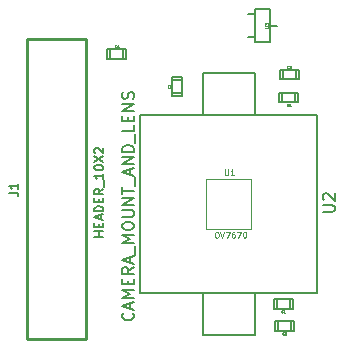
<source format=gto>
G04 (created by PCBNEW (2013-08-24 BZR 4298)-stable) date Mon 09 Dec 2013 08:52:25 PM PST*
%MOIN*%
G04 Gerber Fmt 3.4, Leading zero omitted, Abs format*
%FSLAX34Y34*%
G01*
G70*
G90*
G04 APERTURE LIST*
%ADD10C,0.005906*%
%ADD11C,0.005000*%
%ADD12C,0.010000*%
%ADD13C,0.002000*%
%ADD14C,0.001600*%
%ADD15C,0.007500*%
%ADD16C,0.003900*%
%ADD17C,0.002400*%
G04 APERTURE END LIST*
G54D10*
G54D11*
X57500Y-47269D02*
X57500Y-47589D01*
X57940Y-47579D02*
X57940Y-47269D01*
X58040Y-47589D02*
X57400Y-47589D01*
X57400Y-47589D02*
X57400Y-47269D01*
X57400Y-47269D02*
X58040Y-47269D01*
X58040Y-47269D02*
X58040Y-47589D01*
X54329Y-39961D02*
X54009Y-39961D01*
X54019Y-40401D02*
X54329Y-40401D01*
X54009Y-40501D02*
X54009Y-39861D01*
X54009Y-39861D02*
X54329Y-39861D01*
X54329Y-39861D02*
X54329Y-40501D01*
X54329Y-40501D02*
X54009Y-40501D01*
X57531Y-48005D02*
X57531Y-48325D01*
X57971Y-48315D02*
X57971Y-48005D01*
X58071Y-48325D02*
X57431Y-48325D01*
X57431Y-48325D02*
X57431Y-48005D01*
X57431Y-48005D02*
X58071Y-48005D01*
X58071Y-48005D02*
X58071Y-48325D01*
X52389Y-39250D02*
X52389Y-38930D01*
X51949Y-38940D02*
X51949Y-39250D01*
X51849Y-38930D02*
X52489Y-38930D01*
X52489Y-38930D02*
X52489Y-39250D01*
X52489Y-39250D02*
X51849Y-39250D01*
X51849Y-39250D02*
X51849Y-38930D01*
X58137Y-39943D02*
X58137Y-39623D01*
X57697Y-39633D02*
X57697Y-39943D01*
X57597Y-39623D02*
X58237Y-39623D01*
X58237Y-39623D02*
X58237Y-39943D01*
X58237Y-39943D02*
X57597Y-39943D01*
X57597Y-39943D02*
X57597Y-39623D01*
G54D12*
X51145Y-48602D02*
X49177Y-48602D01*
X51145Y-48602D02*
X51145Y-38602D01*
X49177Y-48602D02*
X49177Y-38602D01*
X49177Y-38602D02*
X51145Y-38602D01*
G54D11*
X57681Y-40391D02*
X57681Y-40711D01*
X58121Y-40701D02*
X58121Y-40391D01*
X58221Y-40711D02*
X57581Y-40711D01*
X57581Y-40711D02*
X57581Y-40391D01*
X57581Y-40391D02*
X58221Y-40391D01*
X58221Y-40391D02*
X58221Y-40711D01*
G54D10*
X56771Y-41141D02*
X56771Y-39724D01*
X56771Y-39724D02*
X55039Y-39724D01*
X55039Y-39724D02*
X55039Y-41141D01*
X56771Y-47047D02*
X56771Y-48464D01*
X56771Y-48464D02*
X55039Y-48464D01*
X55039Y-48464D02*
X55039Y-47047D01*
X58858Y-41141D02*
X52952Y-41141D01*
X52952Y-41141D02*
X52952Y-47047D01*
X52952Y-47047D02*
X58858Y-47047D01*
X58858Y-47047D02*
X58858Y-41141D01*
G54D13*
X55160Y-43260D02*
X56650Y-43260D01*
X56650Y-43260D02*
X56650Y-44928D01*
X56650Y-44928D02*
X55160Y-44928D01*
X55160Y-44928D02*
X55160Y-43260D01*
G54D11*
X57290Y-38149D02*
X57510Y-38149D01*
X56780Y-38522D02*
X56560Y-38522D01*
X56780Y-37776D02*
X56560Y-37776D01*
X57290Y-37588D02*
X57290Y-38710D01*
X57290Y-38710D02*
X56780Y-38710D01*
X56780Y-38710D02*
X56780Y-37588D01*
X56780Y-37588D02*
X57290Y-37588D01*
G54D14*
X57707Y-47707D02*
X57703Y-47711D01*
X57692Y-47714D01*
X57684Y-47714D01*
X57673Y-47711D01*
X57665Y-47703D01*
X57662Y-47696D01*
X57658Y-47681D01*
X57658Y-47669D01*
X57662Y-47654D01*
X57665Y-47647D01*
X57673Y-47639D01*
X57684Y-47635D01*
X57692Y-47635D01*
X57703Y-47639D01*
X57707Y-47643D01*
X57782Y-47714D02*
X57737Y-47714D01*
X57759Y-47714D02*
X57759Y-47635D01*
X57752Y-47647D01*
X57744Y-47654D01*
X57737Y-47658D01*
X53947Y-40194D02*
X53951Y-40198D01*
X53955Y-40209D01*
X53955Y-40216D01*
X53951Y-40228D01*
X53943Y-40235D01*
X53936Y-40239D01*
X53921Y-40243D01*
X53909Y-40243D01*
X53894Y-40239D01*
X53887Y-40235D01*
X53879Y-40228D01*
X53876Y-40216D01*
X53876Y-40209D01*
X53879Y-40198D01*
X53883Y-40194D01*
X53883Y-40164D02*
X53879Y-40160D01*
X53876Y-40152D01*
X53876Y-40134D01*
X53879Y-40126D01*
X53883Y-40122D01*
X53891Y-40119D01*
X53898Y-40119D01*
X53909Y-40122D01*
X53955Y-40167D01*
X53955Y-40119D01*
X57738Y-48443D02*
X57735Y-48447D01*
X57723Y-48451D01*
X57716Y-48451D01*
X57704Y-48447D01*
X57697Y-48439D01*
X57693Y-48432D01*
X57689Y-48417D01*
X57689Y-48405D01*
X57693Y-48390D01*
X57697Y-48383D01*
X57704Y-48375D01*
X57716Y-48372D01*
X57723Y-48372D01*
X57735Y-48375D01*
X57738Y-48379D01*
X57765Y-48372D02*
X57814Y-48372D01*
X57787Y-48402D01*
X57798Y-48402D01*
X57806Y-48405D01*
X57810Y-48409D01*
X57814Y-48417D01*
X57814Y-48436D01*
X57810Y-48443D01*
X57806Y-48447D01*
X57798Y-48451D01*
X57776Y-48451D01*
X57768Y-48447D01*
X57765Y-48443D01*
X52156Y-38868D02*
X52152Y-38872D01*
X52141Y-38876D01*
X52133Y-38876D01*
X52122Y-38872D01*
X52114Y-38865D01*
X52110Y-38857D01*
X52107Y-38842D01*
X52107Y-38831D01*
X52110Y-38816D01*
X52114Y-38808D01*
X52122Y-38801D01*
X52133Y-38797D01*
X52141Y-38797D01*
X52152Y-38801D01*
X52156Y-38804D01*
X52223Y-38823D02*
X52223Y-38876D01*
X52205Y-38793D02*
X52186Y-38849D01*
X52235Y-38849D01*
X57904Y-39561D02*
X57900Y-39565D01*
X57889Y-39569D01*
X57881Y-39569D01*
X57870Y-39565D01*
X57862Y-39557D01*
X57859Y-39550D01*
X57855Y-39535D01*
X57855Y-39524D01*
X57859Y-39509D01*
X57862Y-39501D01*
X57870Y-39493D01*
X57881Y-39490D01*
X57889Y-39490D01*
X57900Y-39493D01*
X57904Y-39497D01*
X57975Y-39490D02*
X57938Y-39490D01*
X57934Y-39527D01*
X57938Y-39524D01*
X57945Y-39520D01*
X57964Y-39520D01*
X57971Y-39524D01*
X57975Y-39527D01*
X57979Y-39535D01*
X57979Y-39554D01*
X57975Y-39561D01*
X57971Y-39565D01*
X57964Y-39569D01*
X57945Y-39569D01*
X57938Y-39565D01*
X57934Y-39561D01*
G54D15*
X48589Y-43722D02*
X48803Y-43722D01*
X48846Y-43736D01*
X48875Y-43764D01*
X48889Y-43807D01*
X48889Y-43836D01*
X48889Y-43422D02*
X48889Y-43593D01*
X48889Y-43507D02*
X48589Y-43507D01*
X48632Y-43536D01*
X48661Y-43564D01*
X48675Y-43593D01*
X51724Y-45182D02*
X51424Y-45182D01*
X51567Y-45182D02*
X51567Y-45010D01*
X51724Y-45010D02*
X51424Y-45010D01*
X51567Y-44867D02*
X51567Y-44767D01*
X51724Y-44724D02*
X51724Y-44867D01*
X51424Y-44867D01*
X51424Y-44724D01*
X51638Y-44610D02*
X51638Y-44467D01*
X51724Y-44639D02*
X51424Y-44539D01*
X51724Y-44439D01*
X51724Y-44339D02*
X51424Y-44339D01*
X51424Y-44267D01*
X51438Y-44224D01*
X51467Y-44196D01*
X51495Y-44182D01*
X51552Y-44167D01*
X51595Y-44167D01*
X51652Y-44182D01*
X51681Y-44196D01*
X51710Y-44224D01*
X51724Y-44267D01*
X51724Y-44339D01*
X51567Y-44039D02*
X51567Y-43939D01*
X51724Y-43896D02*
X51724Y-44039D01*
X51424Y-44039D01*
X51424Y-43896D01*
X51724Y-43596D02*
X51581Y-43696D01*
X51724Y-43767D02*
X51424Y-43767D01*
X51424Y-43653D01*
X51438Y-43624D01*
X51452Y-43610D01*
X51481Y-43596D01*
X51524Y-43596D01*
X51552Y-43610D01*
X51567Y-43624D01*
X51581Y-43653D01*
X51581Y-43767D01*
X51752Y-43539D02*
X51752Y-43310D01*
X51724Y-43082D02*
X51724Y-43253D01*
X51724Y-43167D02*
X51424Y-43167D01*
X51467Y-43196D01*
X51495Y-43224D01*
X51510Y-43253D01*
X51424Y-42896D02*
X51424Y-42867D01*
X51438Y-42839D01*
X51452Y-42824D01*
X51481Y-42810D01*
X51538Y-42796D01*
X51610Y-42796D01*
X51667Y-42810D01*
X51695Y-42824D01*
X51710Y-42839D01*
X51724Y-42867D01*
X51724Y-42896D01*
X51710Y-42924D01*
X51695Y-42939D01*
X51667Y-42953D01*
X51610Y-42967D01*
X51538Y-42967D01*
X51481Y-42953D01*
X51452Y-42939D01*
X51438Y-42924D01*
X51424Y-42896D01*
X51424Y-42696D02*
X51724Y-42496D01*
X51424Y-42496D02*
X51724Y-42696D01*
X51452Y-42396D02*
X51438Y-42382D01*
X51424Y-42353D01*
X51424Y-42282D01*
X51438Y-42253D01*
X51452Y-42239D01*
X51481Y-42224D01*
X51510Y-42224D01*
X51552Y-42239D01*
X51724Y-42410D01*
X51724Y-42224D01*
G54D14*
X57888Y-40836D02*
X57862Y-40799D01*
X57843Y-40836D02*
X57843Y-40757D01*
X57873Y-40757D01*
X57880Y-40761D01*
X57884Y-40765D01*
X57888Y-40772D01*
X57888Y-40784D01*
X57884Y-40791D01*
X57880Y-40795D01*
X57873Y-40799D01*
X57843Y-40799D01*
X57963Y-40836D02*
X57918Y-40836D01*
X57941Y-40836D02*
X57941Y-40757D01*
X57933Y-40769D01*
X57926Y-40776D01*
X57918Y-40780D01*
G54D10*
X59036Y-44355D02*
X59355Y-44355D01*
X59392Y-44336D01*
X59411Y-44317D01*
X59430Y-44280D01*
X59430Y-44205D01*
X59411Y-44167D01*
X59392Y-44148D01*
X59355Y-44130D01*
X59036Y-44130D01*
X59073Y-43961D02*
X59055Y-43942D01*
X59036Y-43905D01*
X59036Y-43811D01*
X59055Y-43773D01*
X59073Y-43755D01*
X59111Y-43736D01*
X59148Y-43736D01*
X59205Y-43755D01*
X59430Y-43980D01*
X59430Y-43736D01*
X52699Y-47735D02*
X52718Y-47754D01*
X52737Y-47810D01*
X52737Y-47847D01*
X52718Y-47904D01*
X52680Y-47941D01*
X52643Y-47960D01*
X52568Y-47979D01*
X52512Y-47979D01*
X52437Y-47960D01*
X52399Y-47941D01*
X52362Y-47904D01*
X52343Y-47847D01*
X52343Y-47810D01*
X52362Y-47754D01*
X52380Y-47735D01*
X52624Y-47585D02*
X52624Y-47397D01*
X52737Y-47622D02*
X52343Y-47491D01*
X52737Y-47360D01*
X52737Y-47229D02*
X52343Y-47229D01*
X52624Y-47097D01*
X52343Y-46966D01*
X52737Y-46966D01*
X52530Y-46779D02*
X52530Y-46647D01*
X52737Y-46591D02*
X52737Y-46779D01*
X52343Y-46779D01*
X52343Y-46591D01*
X52737Y-46197D02*
X52549Y-46329D01*
X52737Y-46422D02*
X52343Y-46422D01*
X52343Y-46272D01*
X52362Y-46235D01*
X52380Y-46216D01*
X52418Y-46197D01*
X52474Y-46197D01*
X52512Y-46216D01*
X52530Y-46235D01*
X52549Y-46272D01*
X52549Y-46422D01*
X52624Y-46047D02*
X52624Y-45860D01*
X52737Y-46085D02*
X52343Y-45954D01*
X52737Y-45823D01*
X52774Y-45785D02*
X52774Y-45485D01*
X52737Y-45391D02*
X52343Y-45391D01*
X52624Y-45260D01*
X52343Y-45129D01*
X52737Y-45129D01*
X52343Y-44866D02*
X52343Y-44791D01*
X52362Y-44754D01*
X52399Y-44716D01*
X52474Y-44698D01*
X52605Y-44698D01*
X52680Y-44716D01*
X52718Y-44754D01*
X52737Y-44791D01*
X52737Y-44866D01*
X52718Y-44904D01*
X52680Y-44941D01*
X52605Y-44960D01*
X52474Y-44960D01*
X52399Y-44941D01*
X52362Y-44904D01*
X52343Y-44866D01*
X52343Y-44529D02*
X52662Y-44529D01*
X52699Y-44510D01*
X52718Y-44491D01*
X52737Y-44454D01*
X52737Y-44379D01*
X52718Y-44341D01*
X52699Y-44323D01*
X52662Y-44304D01*
X52343Y-44304D01*
X52737Y-44116D02*
X52343Y-44116D01*
X52737Y-43892D01*
X52343Y-43892D01*
X52343Y-43760D02*
X52343Y-43535D01*
X52737Y-43648D02*
X52343Y-43648D01*
X52774Y-43498D02*
X52774Y-43198D01*
X52624Y-43123D02*
X52624Y-42935D01*
X52737Y-43160D02*
X52343Y-43029D01*
X52737Y-42898D01*
X52737Y-42767D02*
X52343Y-42767D01*
X52737Y-42542D01*
X52343Y-42542D01*
X52737Y-42354D02*
X52343Y-42354D01*
X52343Y-42260D01*
X52362Y-42204D01*
X52399Y-42167D01*
X52437Y-42148D01*
X52512Y-42129D01*
X52568Y-42129D01*
X52643Y-42148D01*
X52680Y-42167D01*
X52718Y-42204D01*
X52737Y-42260D01*
X52737Y-42354D01*
X52774Y-42054D02*
X52774Y-41754D01*
X52737Y-41473D02*
X52737Y-41661D01*
X52343Y-41661D01*
X52530Y-41342D02*
X52530Y-41211D01*
X52737Y-41154D02*
X52737Y-41342D01*
X52343Y-41342D01*
X52343Y-41154D01*
X52737Y-40986D02*
X52343Y-40986D01*
X52737Y-40761D01*
X52343Y-40761D01*
X52718Y-40592D02*
X52737Y-40536D01*
X52737Y-40442D01*
X52718Y-40404D01*
X52699Y-40386D01*
X52662Y-40367D01*
X52624Y-40367D01*
X52587Y-40386D01*
X52568Y-40404D01*
X52549Y-40442D01*
X52530Y-40517D01*
X52512Y-40554D01*
X52493Y-40573D01*
X52455Y-40592D01*
X52418Y-40592D01*
X52380Y-40573D01*
X52362Y-40554D01*
X52343Y-40517D01*
X52343Y-40423D01*
X52362Y-40367D01*
G54D16*
X55775Y-42933D02*
X55775Y-43092D01*
X55784Y-43111D01*
X55793Y-43121D01*
X55812Y-43130D01*
X55850Y-43130D01*
X55868Y-43121D01*
X55878Y-43111D01*
X55887Y-43092D01*
X55887Y-42933D01*
X56084Y-43130D02*
X55972Y-43130D01*
X56028Y-43130D02*
X56028Y-42933D01*
X56009Y-42961D01*
X55990Y-42980D01*
X55972Y-42989D01*
X55486Y-45020D02*
X55523Y-45020D01*
X55542Y-45029D01*
X55561Y-45048D01*
X55570Y-45085D01*
X55570Y-45151D01*
X55561Y-45188D01*
X55542Y-45207D01*
X55523Y-45217D01*
X55486Y-45217D01*
X55467Y-45207D01*
X55448Y-45188D01*
X55439Y-45151D01*
X55439Y-45085D01*
X55448Y-45048D01*
X55467Y-45029D01*
X55486Y-45020D01*
X55626Y-45020D02*
X55692Y-45217D01*
X55758Y-45020D01*
X55805Y-45020D02*
X55936Y-45020D01*
X55851Y-45217D01*
X56095Y-45020D02*
X56058Y-45020D01*
X56039Y-45029D01*
X56030Y-45038D01*
X56011Y-45066D01*
X56002Y-45104D01*
X56002Y-45179D01*
X56011Y-45198D01*
X56020Y-45207D01*
X56039Y-45217D01*
X56077Y-45217D01*
X56095Y-45207D01*
X56105Y-45198D01*
X56114Y-45179D01*
X56114Y-45132D01*
X56105Y-45113D01*
X56095Y-45104D01*
X56077Y-45095D01*
X56039Y-45095D01*
X56020Y-45104D01*
X56011Y-45113D01*
X56002Y-45132D01*
X56180Y-45020D02*
X56311Y-45020D01*
X56227Y-45217D01*
X56424Y-45020D02*
X56442Y-45020D01*
X56461Y-45029D01*
X56471Y-45038D01*
X56480Y-45057D01*
X56489Y-45095D01*
X56489Y-45142D01*
X56480Y-45179D01*
X56471Y-45198D01*
X56461Y-45207D01*
X56442Y-45217D01*
X56424Y-45217D01*
X56405Y-45207D01*
X56396Y-45198D01*
X56386Y-45179D01*
X56377Y-45142D01*
X56377Y-45095D01*
X56386Y-45057D01*
X56396Y-45038D01*
X56405Y-45029D01*
X56424Y-45020D01*
G54D17*
X57100Y-38239D02*
X57196Y-38239D01*
X57207Y-38233D01*
X57213Y-38228D01*
X57218Y-38217D01*
X57218Y-38194D01*
X57213Y-38183D01*
X57207Y-38177D01*
X57196Y-38172D01*
X57100Y-38172D01*
X57100Y-38127D02*
X57100Y-38054D01*
X57145Y-38093D01*
X57145Y-38076D01*
X57151Y-38065D01*
X57157Y-38059D01*
X57168Y-38054D01*
X57196Y-38054D01*
X57207Y-38059D01*
X57213Y-38065D01*
X57218Y-38076D01*
X57218Y-38110D01*
X57213Y-38121D01*
X57207Y-38127D01*
M02*

</source>
